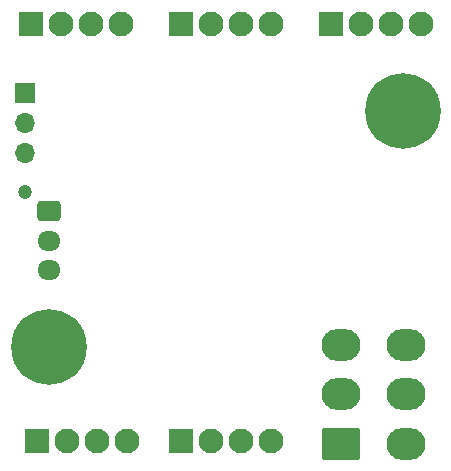
<source format=gbr>
%TF.GenerationSoftware,KiCad,Pcbnew,7.0.8*%
%TF.CreationDate,2024-01-22T00:16:33-08:00*%
%TF.ProjectId,PWMGen R1,50574d47-656e-4205-9231-2e6b69636164,rev?*%
%TF.SameCoordinates,Original*%
%TF.FileFunction,Soldermask,Bot*%
%TF.FilePolarity,Negative*%
%FSLAX46Y46*%
G04 Gerber Fmt 4.6, Leading zero omitted, Abs format (unit mm)*
G04 Created by KiCad (PCBNEW 7.0.8) date 2024-01-22 00:16:33*
%MOMM*%
%LPD*%
G01*
G04 APERTURE LIST*
G04 Aperture macros list*
%AMRoundRect*
0 Rectangle with rounded corners*
0 $1 Rounding radius*
0 $2 $3 $4 $5 $6 $7 $8 $9 X,Y pos of 4 corners*
0 Add a 4 corners polygon primitive as box body*
4,1,4,$2,$3,$4,$5,$6,$7,$8,$9,$2,$3,0*
0 Add four circle primitives for the rounded corners*
1,1,$1+$1,$2,$3*
1,1,$1+$1,$4,$5*
1,1,$1+$1,$6,$7*
1,1,$1+$1,$8,$9*
0 Add four rect primitives between the rounded corners*
20,1,$1+$1,$2,$3,$4,$5,0*
20,1,$1+$1,$4,$5,$6,$7,0*
20,1,$1+$1,$6,$7,$8,$9,0*
20,1,$1+$1,$8,$9,$2,$3,0*%
G04 Aperture macros list end*
%ADD10R,1.700000X1.700000*%
%ADD11O,1.700000X1.700000*%
%ADD12R,2.100000X2.100000*%
%ADD13C,2.100000*%
%ADD14C,0.800000*%
%ADD15C,6.400000*%
%ADD16RoundRect,0.250001X1.399999X-1.099999X1.399999X1.099999X-1.399999X1.099999X-1.399999X-1.099999X0*%
%ADD17O,3.300000X2.700000*%
%ADD18C,1.200000*%
%ADD19RoundRect,0.250000X-0.725000X0.600000X-0.725000X-0.600000X0.725000X-0.600000X0.725000X0.600000X0*%
%ADD20O,1.950000X1.700000*%
G04 APERTURE END LIST*
D10*
%TO.C,P6*%
X-133801100Y157578600D03*
D11*
X-133801100Y155038600D03*
X-133801100Y152498600D03*
%TD*%
D12*
%TO.C,J1*%
X-132801100Y128053600D03*
D13*
X-130261100Y128053600D03*
X-127721100Y128053600D03*
X-125181100Y128053600D03*
%TD*%
D14*
%TO.C,H1*%
X-134201100Y136053600D03*
X-133498156Y137750656D03*
X-133498156Y134356544D03*
X-131801100Y138453600D03*
D15*
X-131801100Y136053600D03*
D14*
X-131801100Y133653600D03*
X-130104044Y137750656D03*
X-130104044Y134356544D03*
X-129401100Y136053600D03*
%TD*%
%TO.C,H2*%
X-104201100Y156053600D03*
X-103498156Y157750656D03*
X-103498156Y154356544D03*
X-101801100Y158453600D03*
D15*
X-101801100Y156053600D03*
D14*
X-101801100Y153653600D03*
X-100104044Y157750656D03*
X-100104044Y154356544D03*
X-99401100Y156053600D03*
%TD*%
D16*
%TO.C,J2*%
X-107051100Y127853600D03*
D17*
X-107051100Y132053600D03*
X-107051100Y136253600D03*
X-101551100Y127853600D03*
X-101551100Y132053600D03*
X-101551100Y136253600D03*
%TD*%
D12*
%TO.C,J3*%
X-120561100Y128053600D03*
D13*
X-118021100Y128053600D03*
X-115481100Y128053600D03*
X-112941100Y128053600D03*
%TD*%
D12*
%TO.C,J5*%
X-120561100Y163423600D03*
D13*
X-118021100Y163423600D03*
X-115481100Y163423600D03*
X-112941100Y163423600D03*
%TD*%
D12*
%TO.C,J6*%
X-107861100Y163423600D03*
D13*
X-105321100Y163423600D03*
X-102781100Y163423600D03*
X-100241100Y163423600D03*
%TD*%
D18*
%TO.C,P1*%
X-133801100Y149153600D03*
D19*
X-131801100Y147553600D03*
D20*
X-131801100Y145053600D03*
X-131801100Y142553600D03*
%TD*%
D12*
%TO.C,J4*%
X-133261100Y163423600D03*
D13*
X-130721100Y163423600D03*
X-128181100Y163423600D03*
X-125641100Y163423600D03*
%TD*%
M02*

</source>
